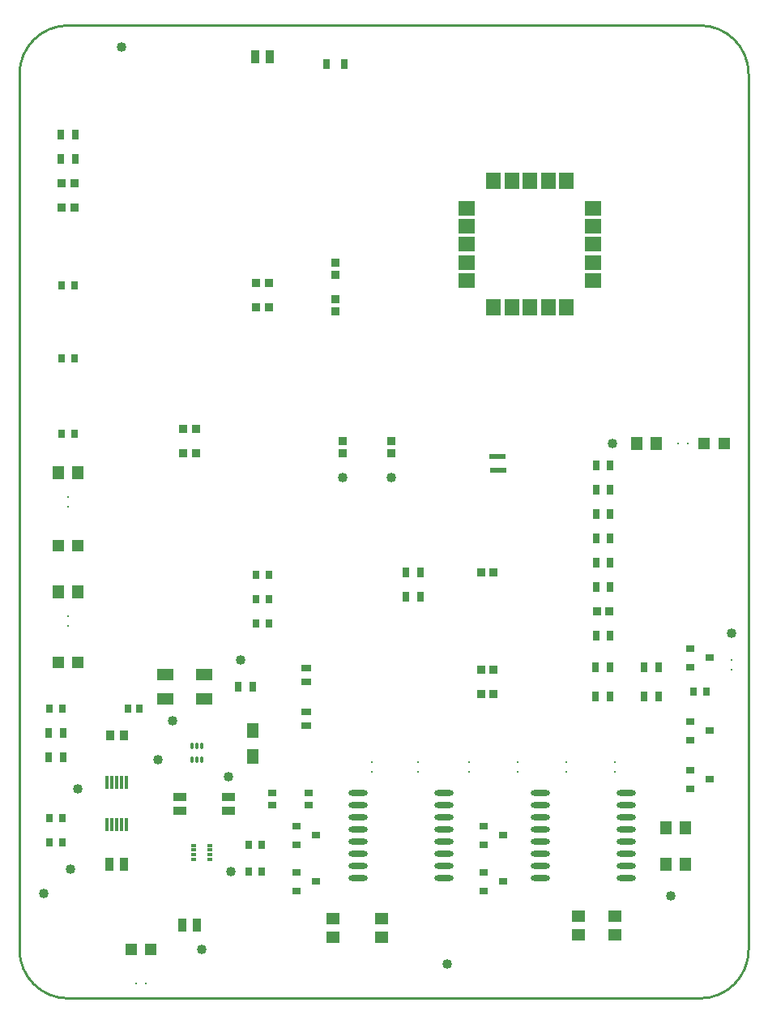
<source format=gtp>
G04*
G04 #@! TF.GenerationSoftware,Altium Limited,Altium Designer,23.8.1 (32)*
G04*
G04 Layer_Color=8421504*
%FSLAX25Y25*%
%MOIN*%
G70*
G04*
G04 #@! TF.SameCoordinates,29178C35-F4AC-4926-8FEA-C3B9FECDB407*
G04*
G04*
G04 #@! TF.FilePolarity,Positive*
G04*
G01*
G75*
%ADD14C,0.01000*%
%ADD16R,0.03543X0.03150*%
%ADD17R,0.01870X0.01181*%
%ADD18R,0.01181X0.05512*%
%ADD19C,0.01000*%
%ADD20R,0.07087X0.01968*%
%ADD21R,0.06693X0.01968*%
%ADD22R,0.05709X0.04724*%
%ADD23R,0.02953X0.03347*%
%ADD24R,0.03150X0.03740*%
%ADD25R,0.03543X0.04134*%
%ADD26R,0.02756X0.03347*%
%ADD27R,0.03150X0.03937*%
%ADD28R,0.04724X0.04724*%
%ADD29O,0.07874X0.02362*%
%ADD30R,0.07087X0.05906*%
%ADD31R,0.05906X0.07087*%
%ADD32R,0.04724X0.05906*%
G04:AMPARAMS|DCode=33|XSize=26.38mil|YSize=11.81mil|CornerRadius=1.95mil|HoleSize=0mil|Usage=FLASHONLY|Rotation=90.000|XOffset=0mil|YOffset=0mil|HoleType=Round|Shape=RoundedRectangle|*
%AMROUNDEDRECTD33*
21,1,0.02638,0.00791,0,0,90.0*
21,1,0.02248,0.01181,0,0,90.0*
1,1,0.00390,0.00396,0.01124*
1,1,0.00390,0.00396,-0.01124*
1,1,0.00390,-0.00396,-0.01124*
1,1,0.00390,-0.00396,0.01124*
%
%ADD33ROUNDEDRECTD33*%
%ADD34R,0.03150X0.04134*%
%ADD35R,0.03740X0.05315*%
%ADD36R,0.06693X0.04528*%
%ADD37C,0.04000*%
%ADD38R,0.03740X0.03347*%
%ADD39R,0.03347X0.03740*%
%ADD40R,0.05315X0.03740*%
%ADD41R,0.03937X0.03150*%
%ADD42R,0.03347X0.02953*%
%ADD43R,0.04724X0.05709*%
D14*
X380000Y100000D02*
G03*
X400000Y120000I0J20000D01*
G01*
X100000Y120000D02*
G03*
X120000Y100000I20000J0D01*
G01*
X400000Y480000D02*
G03*
X380000Y500000I-20000J0D01*
G01*
X120000Y500000D02*
G03*
X100000Y480000I0J-20000D01*
G01*
Y120000D02*
Y480000D01*
X400000Y120000D02*
X400000Y480000D01*
X120000Y100000D02*
X380000D01*
X120000Y500000D02*
X380000D01*
D16*
X213866Y170740D02*
D03*
Y163260D02*
D03*
X222134Y167000D02*
D03*
X375866Y243740D02*
D03*
Y236260D02*
D03*
X384134Y240000D02*
D03*
X375866Y213740D02*
D03*
Y206260D02*
D03*
X384134Y210000D02*
D03*
X290866Y151740D02*
D03*
Y144260D02*
D03*
X299134Y148000D02*
D03*
X213866Y151740D02*
D03*
Y144260D02*
D03*
X222134Y148000D02*
D03*
X375866Y193740D02*
D03*
Y186260D02*
D03*
X384134Y190000D02*
D03*
X290866Y170740D02*
D03*
Y163260D02*
D03*
X299134Y167000D02*
D03*
D17*
X178299Y162953D02*
D03*
Y160984D02*
D03*
Y159016D02*
D03*
Y157047D02*
D03*
X171701D02*
D03*
Y159016D02*
D03*
Y160984D02*
D03*
Y162953D02*
D03*
D18*
X143937Y171339D02*
D03*
X141969D02*
D03*
X140000D02*
D03*
X138031D02*
D03*
X136063D02*
D03*
Y188661D02*
D03*
X138031D02*
D03*
X140000D02*
D03*
X141969D02*
D03*
X143937D02*
D03*
D19*
X393000Y239000D02*
D03*
Y235000D02*
D03*
X120000Y302000D02*
D03*
Y306000D02*
D03*
Y253000D02*
D03*
Y257000D02*
D03*
X375000Y328000D02*
D03*
X371000D02*
D03*
X152000Y106000D02*
D03*
X148000D02*
D03*
X345000Y197000D02*
D03*
Y193000D02*
D03*
X325000Y197000D02*
D03*
Y193000D02*
D03*
X305000D02*
D03*
Y197000D02*
D03*
X285000Y193000D02*
D03*
Y197000D02*
D03*
X264000D02*
D03*
Y193000D02*
D03*
X245000Y197000D02*
D03*
Y193000D02*
D03*
D20*
X296701Y322953D02*
D03*
D21*
X296898Y317047D02*
D03*
D22*
X249000Y125063D02*
D03*
Y132937D02*
D03*
X330000Y126063D02*
D03*
Y133937D02*
D03*
X345000Y126063D02*
D03*
Y133937D02*
D03*
X229000Y125063D02*
D03*
Y132937D02*
D03*
D23*
X382559Y226000D02*
D03*
X377441D02*
D03*
X197441Y274000D02*
D03*
X202559D02*
D03*
X199559Y163000D02*
D03*
X194441D02*
D03*
X197441Y254000D02*
D03*
X202559D02*
D03*
X197441Y264000D02*
D03*
X202559D02*
D03*
X117559Y219000D02*
D03*
X112441D02*
D03*
X117559Y164000D02*
D03*
X112441D02*
D03*
X199559Y152000D02*
D03*
X194441D02*
D03*
X122559Y393000D02*
D03*
X117441D02*
D03*
X122559Y363000D02*
D03*
X117441D02*
D03*
X122559Y332000D02*
D03*
X117441D02*
D03*
D24*
X112343Y174000D02*
D03*
X117657D02*
D03*
D25*
X142854Y208000D02*
D03*
X137146D02*
D03*
D26*
X149461Y219000D02*
D03*
X144539D02*
D03*
D27*
X343063Y319032D02*
D03*
X337158D02*
D03*
X259095Y275000D02*
D03*
X265000D02*
D03*
X259095Y265000D02*
D03*
X265000D02*
D03*
X362953Y236000D02*
D03*
X357047D02*
D03*
X362953Y224000D02*
D03*
X357047D02*
D03*
X342953Y236000D02*
D03*
X337047D02*
D03*
X342953Y224000D02*
D03*
X337047D02*
D03*
X190047Y228000D02*
D03*
X195953D02*
D03*
X117953Y199000D02*
D03*
X112047D02*
D03*
X112047Y209000D02*
D03*
X117953D02*
D03*
X117047Y455000D02*
D03*
X122953D02*
D03*
X117047Y445000D02*
D03*
X122953D02*
D03*
X343063Y249031D02*
D03*
X337158D02*
D03*
X343063Y269032D02*
D03*
X337158D02*
D03*
X343063Y279031D02*
D03*
X337158D02*
D03*
X343063Y289032D02*
D03*
X337158D02*
D03*
X343063Y299031D02*
D03*
X337158D02*
D03*
X343063Y309032D02*
D03*
X337158D02*
D03*
D28*
X145866Y120000D02*
D03*
X154134D02*
D03*
X381732Y328000D02*
D03*
X390000D02*
D03*
X115866Y286000D02*
D03*
X124134D02*
D03*
X115866Y238000D02*
D03*
X124134D02*
D03*
D29*
X274716Y149500D02*
D03*
Y154500D02*
D03*
Y159500D02*
D03*
Y164500D02*
D03*
Y169500D02*
D03*
Y174500D02*
D03*
Y179500D02*
D03*
Y184500D02*
D03*
X239283Y149500D02*
D03*
Y154500D02*
D03*
Y159500D02*
D03*
Y164500D02*
D03*
Y169500D02*
D03*
Y174500D02*
D03*
Y179500D02*
D03*
Y184500D02*
D03*
X349716Y149500D02*
D03*
Y154500D02*
D03*
Y159500D02*
D03*
Y164500D02*
D03*
Y169500D02*
D03*
Y174500D02*
D03*
Y179500D02*
D03*
Y184500D02*
D03*
X314283Y149500D02*
D03*
Y154500D02*
D03*
Y159500D02*
D03*
Y164500D02*
D03*
Y169500D02*
D03*
Y174500D02*
D03*
Y179500D02*
D03*
Y184500D02*
D03*
D30*
X284016Y395039D02*
D03*
Y402520D02*
D03*
Y410000D02*
D03*
Y417480D02*
D03*
Y424961D02*
D03*
X335984D02*
D03*
Y417480D02*
D03*
Y410000D02*
D03*
Y402520D02*
D03*
Y395039D02*
D03*
D31*
X295039Y435984D02*
D03*
X302520D02*
D03*
X310000D02*
D03*
X317480D02*
D03*
X324961D02*
D03*
Y384016D02*
D03*
X317480D02*
D03*
X310000D02*
D03*
X302520D02*
D03*
X295039D02*
D03*
D32*
X196000Y199598D02*
D03*
Y210228D02*
D03*
D33*
X171031Y198087D02*
D03*
X173000D02*
D03*
X174969D02*
D03*
Y203913D02*
D03*
X173000D02*
D03*
X171031D02*
D03*
D34*
X226358Y484000D02*
D03*
X233642D02*
D03*
D35*
X142953Y155000D02*
D03*
X137047D02*
D03*
X172953Y130000D02*
D03*
X167047D02*
D03*
X202953Y487000D02*
D03*
X197047D02*
D03*
D36*
X176000Y233020D02*
D03*
Y222980D02*
D03*
X160000Y233020D02*
D03*
Y222980D02*
D03*
D37*
X124000Y186000D02*
D03*
X142000Y491000D02*
D03*
X393000Y250000D02*
D03*
X368000Y142000D02*
D03*
X110000Y143000D02*
D03*
X175000Y120000D02*
D03*
X276000Y114000D02*
D03*
X163000Y214000D02*
D03*
X157000Y198000D02*
D03*
X191000Y239000D02*
D03*
X186000Y191000D02*
D03*
X187000Y152000D02*
D03*
X121000Y153000D02*
D03*
X344000Y328000D02*
D03*
X253000Y314000D02*
D03*
X233000D02*
D03*
D38*
X253000Y324000D02*
D03*
Y329118D02*
D03*
X230000Y402559D02*
D03*
Y397441D02*
D03*
Y387559D02*
D03*
Y382441D02*
D03*
X233000Y329118D02*
D03*
Y324000D02*
D03*
D39*
X197441Y394000D02*
D03*
X202559D02*
D03*
Y384000D02*
D03*
X197441D02*
D03*
X167441Y324000D02*
D03*
X172559D02*
D03*
X167441Y334000D02*
D03*
X172559D02*
D03*
X295000Y275000D02*
D03*
X289882D02*
D03*
X117441Y435000D02*
D03*
X122559D02*
D03*
X295000Y235000D02*
D03*
X289882D02*
D03*
X117441Y425000D02*
D03*
X122559D02*
D03*
X295000Y225000D02*
D03*
X289882D02*
D03*
X342669Y259032D02*
D03*
X337551D02*
D03*
D40*
X166000Y182953D02*
D03*
Y177047D02*
D03*
X186000Y182953D02*
D03*
Y177047D02*
D03*
D41*
X218000Y235953D02*
D03*
Y230047D02*
D03*
Y217953D02*
D03*
Y212047D02*
D03*
D42*
X204000Y179441D02*
D03*
Y184559D02*
D03*
X219000Y179441D02*
D03*
Y184559D02*
D03*
D43*
X123937Y316000D02*
D03*
X116063D02*
D03*
X123937Y267000D02*
D03*
X116063D02*
D03*
X362000Y328000D02*
D03*
X354126D02*
D03*
X373937Y170000D02*
D03*
X366063D02*
D03*
X373937Y155000D02*
D03*
X366063D02*
D03*
M02*

</source>
